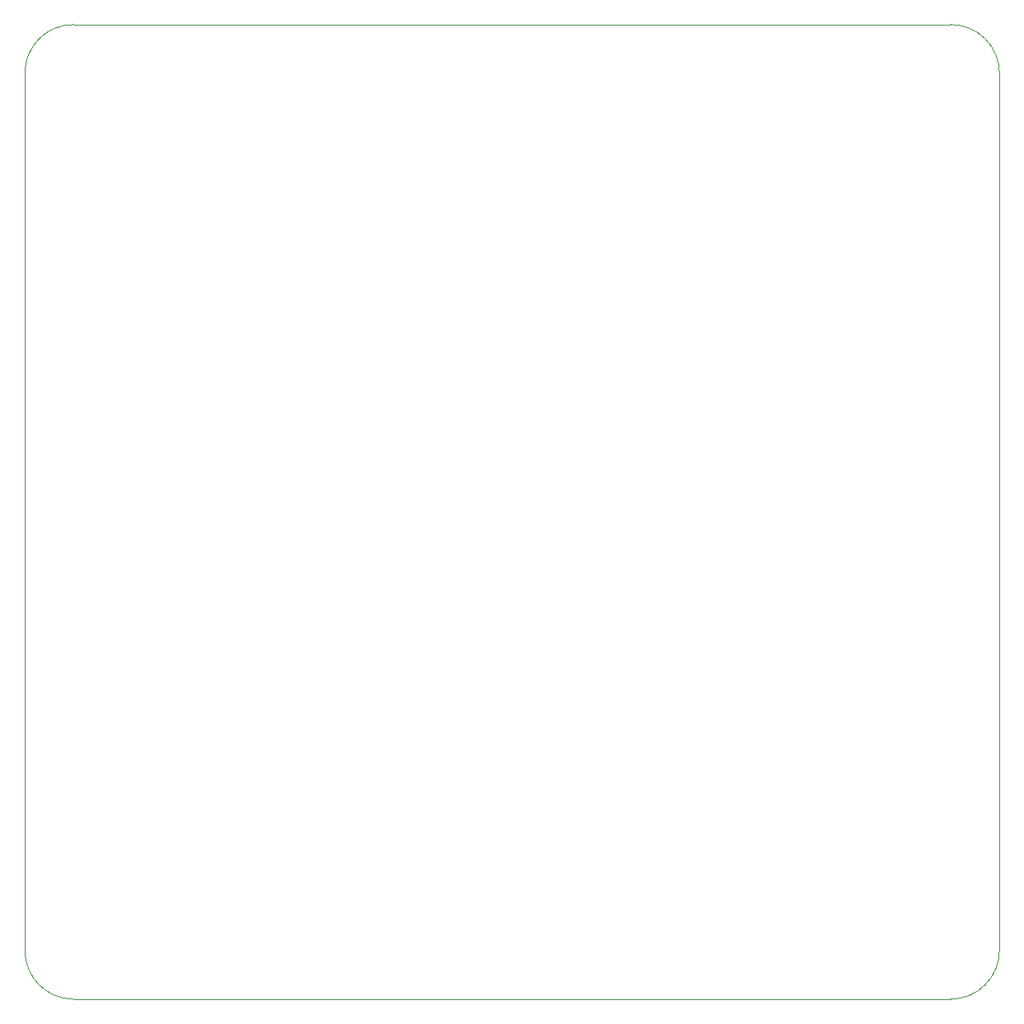
<source format=gbr>
%TF.GenerationSoftware,KiCad,Pcbnew,6.0.11-3.fc36*%
%TF.CreationDate,2023-04-28T14:31:49+02:00*%
%TF.ProjectId,openX65-vabo,6f70656e-5836-4352-9d76-61626f2e6b69,rev01*%
%TF.SameCoordinates,Original*%
%TF.FileFunction,Profile,NP*%
%FSLAX46Y46*%
G04 Gerber Fmt 4.6, Leading zero omitted, Abs format (unit mm)*
G04 Created by KiCad (PCBNEW 6.0.11-3.fc36) date 2023-04-28 14:31:49*
%MOMM*%
%LPD*%
G01*
G04 APERTURE LIST*
%TA.AperFunction,Profile*%
%ADD10C,0.100000*%
%TD*%
G04 APERTURE END LIST*
D10*
X65000000Y-40000000D02*
X155000000Y-40000000D01*
X160000000Y-135000000D02*
X160000000Y-45000000D01*
X65000000Y-40000040D02*
G75*
G03*
X60000000Y-44980000I-20000J-4979960D01*
G01*
X60000000Y-135000000D02*
G75*
G03*
X65000000Y-140000000I5000000J0D01*
G01*
X155000000Y-140000000D02*
X65000000Y-140000000D01*
X60000000Y-135000000D02*
X60000000Y-44980000D01*
X155000000Y-140000000D02*
G75*
G03*
X160000000Y-135000000I0J5000000D01*
G01*
X160000000Y-45000000D02*
G75*
G03*
X155000000Y-40000000I-5000000J0D01*
G01*
M02*

</source>
